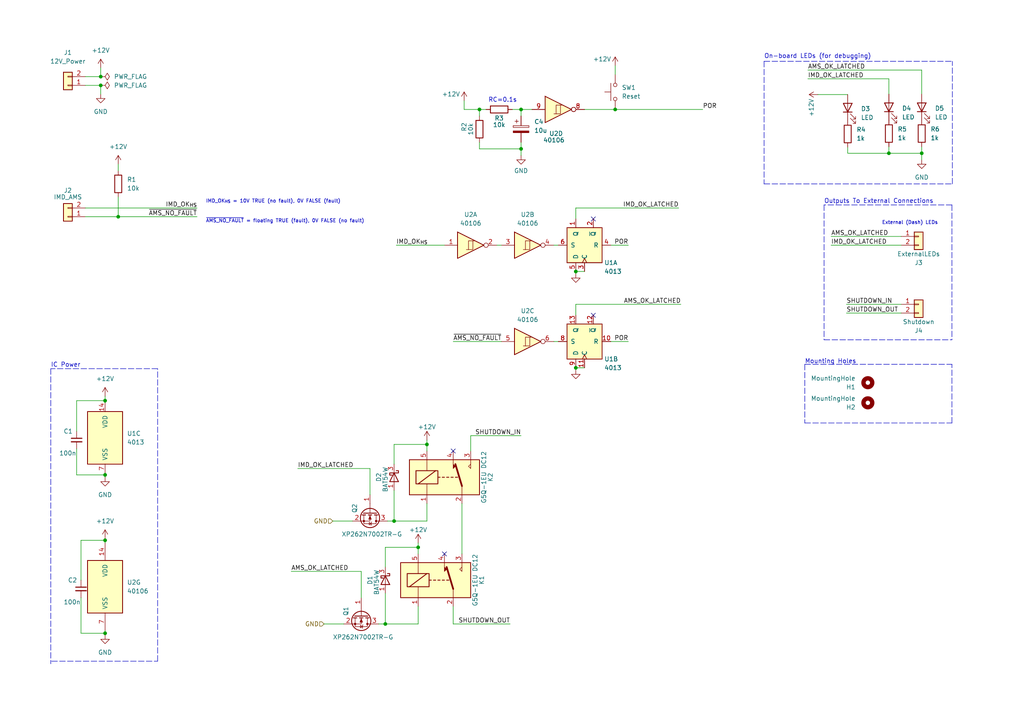
<source format=kicad_sch>
(kicad_sch (version 20211123) (generator eeschema)
  (paper "A4")
  (title_block (title "Latch Circuit") (date "01/01/2022") (rev "1.0.1") (company "SUFST") (comment 1 "STAG 9") (comment 3 "Marek Frodyma"))
  (lib_symbols
    (symbol "4xxx:40106" (pin_names (offset 1.016))
      (property "Reference" "U" (at 0 1.27 0))
      (property "Value" "40106" (at 0 -1.27 0))
      (symbol "40106_1_0"
        (polyline (pts (xy -0.635 -1.27) (xy -0.635 1.27) (xy 0.635 1.27)))
        (polyline (pts (xy -3.81 3.81) (xy -3.81 -3.81) (xy 3.81 0) (xy -3.81 3.81)) (stroke (width 0.254)) (fill (type background)))
        (polyline (pts (xy -1.27 -1.27) (xy 0.635 -1.27) (xy 0.635 1.27) (xy 1.27 1.27)))
        (pin input line (at -7.62 0 0) (length 3.81) (name "~") (number "1"))
        (pin output inverted (at 7.62 0 180) (length 3.81) (name "~") (number "2"))
      )
      (symbol "40106_2_0"
        (polyline (pts (xy -0.635 -1.27) (xy -0.635 1.27) (xy 0.635 1.27)))
        (polyline (pts (xy -3.81 3.81) (xy -3.81 -3.81) (xy 3.81 0) (xy -3.81 3.81)) (stroke (width 0.254)) (fill (type background)))
        (polyline (pts (xy -1.27 -1.27) (xy 0.635 -1.27) (xy 0.635 1.27) (xy 1.27 1.27)))
        (pin input line (at -7.62 0 0) (length 3.81) (name "~") (number "3"))
        (pin output inverted (at 7.62 0 180) (length 3.81) (name "~") (number "4"))
      )
      (symbol "40106_3_0"
        (polyline (pts (xy -0.635 -1.27) (xy -0.635 1.27) (xy 0.635 1.27)))
        (polyline (pts (xy -3.81 3.81) (xy -3.81 -3.81) (xy 3.81 0) (xy -3.81 3.81)) (stroke (width 0.254)) (fill (type background)))
        (polyline (pts (xy -1.27 -1.27) (xy 0.635 -1.27) (xy 0.635 1.27) (xy 1.27 1.27)))
        (pin input line (at -7.62 0 0) (length 3.81) (name "~") (number "5"))
        (pin output inverted (at 7.62 0 180) (length 3.81) (name "~") (number "6"))
      )
      (symbol "40106_4_0"
        (polyline (pts (xy -0.635 -1.27) (xy -0.635 1.27) (xy 0.635 1.27)))
        (polyline (pts (xy -3.81 3.81) (xy -3.81 -3.81) (xy 3.81 0) (xy -3.81 3.81)) (stroke (width 0.254)) (fill (type background)))
        (polyline (pts (xy -1.27 -1.27) (xy 0.635 -1.27) (xy 0.635 1.27) (xy 1.27 1.27)))
        (pin output inverted (at 7.62 0 180) (length 3.81) (name "~") (number "8"))
        (pin input line (at -7.62 0 0) (length 3.81) (name "~") (number "9"))
      )
      (symbol "40106_5_0"
        (polyline (pts (xy -0.635 -1.27) (xy -0.635 1.27) (xy 0.635 1.27)))
        (polyline (pts (xy -3.81 3.81) (xy -3.81 -3.81) (xy 3.81 0) (xy -3.81 3.81)) (stroke (width 0.254)) (fill (type background)))
        (polyline (pts (xy -1.27 -1.27) (xy 0.635 -1.27) (xy 0.635 1.27) (xy 1.27 1.27)))
        (pin output inverted (at 7.62 0 180) (length 3.81) (name "~") (number "10"))
        (pin input line (at -7.62 0 0) (length 3.81) (name "~") (number "11"))
      )
      (symbol "40106_6_0"
        (polyline (pts (xy -0.635 -1.27) (xy -0.635 1.27) (xy 0.635 1.27)))
        (polyline (pts (xy -3.81 3.81) (xy -3.81 -3.81) (xy 3.81 0) (xy -3.81 3.81)) (stroke (width 0.254)) (fill (type background)))
        (polyline (pts (xy -1.27 -1.27) (xy 0.635 -1.27) (xy 0.635 1.27) (xy 1.27 1.27)))
        (pin output inverted (at 7.62 0 180) (length 3.81) (name "~") (number "12"))
        (pin input line (at -7.62 0 0) (length 3.81) (name "~") (number "13"))
      )
      (symbol "40106_7_0"
        (pin power_in line (at 0 12.7 270) (length 5.08) (name "VDD") (number "14"))
        (pin power_in line (at 0 -12.7 90) (length 5.08) (name "VSS") (number "7"))
      )
      (symbol "40106_7_1"
        (rectangle (start -5.08 7.62) (end 5.08 -7.62) (stroke (width 0.254)) (fill (type background)))
      )
    )
    (symbol "4xxx:4013" (pin_names (offset 1.016))
      (property "Reference" "U" (at -7.62 8.89 0))
      (property "Value" "4013" (at -7.62 -8.89 0))
      (symbol "4013_1_1"
        (rectangle (start -5.08 5.08) (end 5.08 -5.08) (stroke (width 0.254)) (fill (type background)))
        (pin output line (at 7.62 2.54 180) (length 2.54) (name "Q") (number "1"))
        (pin output line (at 7.62 -2.54 180) (length 2.54) (name "~{Q}") (number "2"))
        (pin input clock (at -7.62 0 0) (length 2.54) (name "C") (number "3"))
        (pin input line (at 0 -7.62 90) (length 2.54) (name "R") (number "4"))
        (pin input line (at -7.62 2.54 0) (length 2.54) (name "D") (number "5"))
        (pin input line (at 0 7.62 270) (length 2.54) (name "S") (number "6"))
      )
      (symbol "4013_2_1"
        (rectangle (start -5.08 5.08) (end 5.08 -5.08) (stroke (width 0.254)) (fill (type background)))
        (pin input line (at 0 -7.62 90) (length 2.54) (name "R") (number "10"))
        (pin input clock (at -7.62 0 0) (length 2.54) (name "C") (number "11"))
        (pin output line (at 7.62 -2.54 180) (length 2.54) (name "~{Q}") (number "12"))
        (pin output line (at 7.62 2.54 180) (length 2.54) (name "Q") (number "13"))
        (pin input line (at 0 7.62 270) (length 2.54) (name "S") (number "8"))
        (pin input line (at -7.62 2.54 0) (length 2.54) (name "D") (number "9"))
      )
      (symbol "4013_3_0"
        (pin power_in line (at 0 10.16 270) (length 2.54) (name "VDD") (number "14"))
        (pin power_in line (at 0 -10.16 90) (length 2.54) (name "VSS") (number "7"))
      )
      (symbol "4013_3_1"
        (rectangle (start -5.08 7.62) (end 5.08 -7.62) (stroke (width 0.254)) (fill (type background)))
      )
    )
    (symbol "Connector_Generic:Conn_01x02" (pin_names (offset 1.016) hide)
      (property "Reference" "J" (at 0 2.54 0))
      (property "Value" "Conn_01x02" (at 0 -5.08 0))
      (symbol "Conn_01x02_1_1"
        (rectangle (start -1.27 -2.413) (end 0 -2.667) (stroke (width 0.1524)))
        (rectangle (start -1.27 0.127) (end 0 -0.127) (stroke (width 0.1524)))
        (rectangle (start -1.27 1.27) (end 1.27 -3.81) (stroke (width 0.254)) (fill (type background)))
        (pin passive line (at -5.08 0 0) (length 3.81) (name "Pin_1") (number "1"))
        (pin passive line (at -5.08 -2.54 0) (length 3.81) (name "Pin_2") (number "2"))
      )
    )
    (symbol "Device:C_Polarized" (pin_numbers hide) (pin_names (offset 0.254))
      (property "Reference" "C" (at 0.635 2.54 0))
      (property "Value" "C_Polarized" (at 0.635 -2.54 0))
      (symbol "C_Polarized_0_1"
        (rectangle (start -2.286 0.508) (end 2.286 1.016))
        (polyline (pts (xy -1.778 2.286) (xy -0.762 2.286)))
        (polyline (pts (xy -1.27 2.794) (xy -1.27 1.778)))
        (rectangle (start 2.286 -0.508) (end -2.286 -1.016) (fill (type outline)))
      )
      (symbol "C_Polarized_1_1"
        (pin passive line (at 0 3.81 270) (length 2.794) (name "~") (number "1"))
        (pin passive line (at 0 -3.81 90) (length 2.794) (name "~") (number "2"))
      )
    )
    (symbol "Device:C_Small" (pin_numbers hide) (pin_names (offset 0.254) hide)
      (property "Reference" "C" (at 0.254 1.778 0))
      (property "Value" "C_Small" (at 0.254 -2.032 0))
      (symbol "C_Small_0_1"
        (polyline (pts (xy -1.524 -0.508) (xy 1.524 -0.508)) (stroke (width 0.3302)))
        (polyline (pts (xy -1.524 0.508) (xy 1.524 0.508)) (stroke (width 0.3048)))
      )
      (symbol "C_Small_1_1"
        (pin passive line (at 0 2.54 270) (length 2.032) (name "~") (number "1"))
        (pin passive line (at 0 -2.54 90) (length 2.032) (name "~") (number "2"))
      )
    )
    (symbol "Device:LED" (pin_numbers hide) (pin_names (offset 1.016) hide)
      (property "Reference" "D" (at 0 2.54 0))
      (property "Value" "LED" (at 0 -2.54 0))
      (symbol "LED_0_1"
        (polyline (pts (xy -1.27 -1.27) (xy -1.27 1.27)) (stroke (width 0.254)))
        (polyline (pts (xy -1.27 0) (xy 1.27 0)))
        (polyline (pts (xy 1.27 -1.27) (xy 1.27 1.27) (xy -1.27 0) (xy 1.27 -1.27)) (stroke (width 0.254)))
        (polyline (pts (xy -3.048 -0.762) (xy -4.572 -2.286) (xy -3.81 -2.286) (xy -4.572 -2.286) (xy -4.572 -1.524)))
        (polyline (pts (xy -1.778 -0.762) (xy -3.302 -2.286) (xy -2.54 -2.286) (xy -3.302 -2.286) (xy -3.302 -1.524)))
      )
      (symbol "LED_1_1"
        (pin passive line (at -3.81 0 0) (length 2.54) (name "K") (number "1"))
        (pin passive line (at 3.81 0 180) (length 2.54) (name "A") (number "2"))
      )
    )
    (symbol "Device:Q_NMOS_GSD" (pin_names (offset 0) hide)
      (property "Reference" "Q" (at 5.08 1.27 0))
      (property "Value" "Q_NMOS_GSD" (at 5.08 -1.27 0))
      (symbol "Q_NMOS_GSD_0_1"
        (polyline (pts (xy 0.254 0) (xy -2.54 0)))
        (polyline (pts (xy 0.254 1.905) (xy 0.254 -1.905)) (stroke (width 0.254)))
        (polyline (pts (xy 0.762 -1.27) (xy 0.762 -2.286)) (stroke (width 0.254)))
        (polyline (pts (xy 0.762 0.508) (xy 0.762 -0.508)) (stroke (width 0.254)))
        (polyline (pts (xy 0.762 2.286) (xy 0.762 1.27)) (stroke (width 0.254)))
        (polyline (pts (xy 2.54 2.54) (xy 2.54 1.778)))
        (polyline (pts (xy 2.54 -2.54) (xy 2.54 0) (xy 0.762 0)))
        (polyline (pts (xy 0.762 -1.778) (xy 3.302 -1.778) (xy 3.302 1.778) (xy 0.762 1.778)))
        (polyline (pts (xy 1.016 0) (xy 2.032 0.381) (xy 2.032 -0.381) (xy 1.016 0)) (fill (type outline)))
        (polyline (pts (xy 2.794 0.508) (xy 2.921 0.381) (xy 3.683 0.381) (xy 3.81 0.254)))
        (polyline (pts (xy 3.302 0.381) (xy 2.921 -0.254) (xy 3.683 -0.254) (xy 3.302 0.381)))
        (circle (center 1.651 0) (radius 2.794) (stroke (width 0.254)))
        (circle (center 2.54 -1.778) (radius 0.254) (fill (type outline)))
        (circle (center 2.54 1.778) (radius 0.254) (fill (type outline)))
      )
      (symbol "Q_NMOS_GSD_1_1"
        (pin input line (at -5.08 0 0) (length 2.54) (name "G") (number "1"))
        (pin passive line (at 2.54 -5.08 90) (length 2.54) (name "S") (number "2"))
        (pin passive line (at 2.54 5.08 270) (length 2.54) (name "D") (number "3"))
      )
    )
    (symbol "Device:R" (pin_numbers hide) (pin_names (offset 0))
      (property "Reference" "R" (at 2.032 0 90))
      (property "Value" "R" (at 0 0 90))
      (symbol "R_0_1"
        (rectangle (start -1.016 -2.54) (end 1.016 2.54) (stroke (width 0.254)))
      )
      (symbol "R_1_1"
        (pin passive line (at 0 3.81 270) (length 1.27) (name "~") (number "1"))
        (pin passive line (at 0 -3.81 90) (length 1.27) (name "~") (number "2"))
      )
    )
    (symbol "Diode:BAT54W" (pin_names (offset 1.016) hide)
      (property "Reference" "D" (at 0 2.54 0))
      (property "Value" "BAT54W" (at 0 -2.54 0))
      (symbol "BAT54W_0_1"
        (polyline (pts (xy 1.27 0) (xy -1.27 0)))
        (polyline (pts (xy 1.27 1.27) (xy 1.27 -1.27) (xy -1.27 0) (xy 1.27 1.27)) (stroke (width 0.254)))
        (polyline (pts (xy -1.905 0.635) (xy -1.905 1.27) (xy -1.27 1.27) (xy -1.27 -1.27) (xy -0.635 -1.27) (xy -0.635 -0.635)) (stroke (width 0.254)))
      )
      (symbol "BAT54W_1_1"
        (pin passive line (at 3.81 0 180) (length 2.54) (name "A") (number "1"))
        (pin no_connect line (at 0 0 90) (length 2.54) hide (name "NC") (number "2"))
        (pin passive line (at -3.81 0 0) (length 2.54) (name "K") (number "3"))
      )
    )
    (symbol "Mechanical:MountingHole" (pin_names (offset 1.016))
      (property "Reference" "H" (at 0 5.08 0))
      (property "Value" "MountingHole" (at 0 3.175 0))
      (symbol "MountingHole_0_1"
        (circle (center 0 0) (radius 1.27) (stroke (width 1.27)))
      )
    )
    (symbol "Relay:G5Q-1"
      (property "Reference" "K" (at 11.43 3.81 0))
      (property "Value" "G5Q-1" (at 11.43 1.27 0))
      (symbol "G5Q-1_0_0"
        (polyline (pts (xy 7.62 5.08) (xy 7.62 2.54) (xy 6.985 3.175) (xy 7.62 3.81)))
      )
      (symbol "G5Q-1_0_1"
        (rectangle (start -10.16 5.08) (end 10.16 -5.08) (stroke (width 0.254)) (fill (type background)))
        (rectangle (start -8.255 1.905) (end -1.905 -1.905) (stroke (width 0.254)))
        (polyline (pts (xy -7.62 -1.905) (xy -2.54 1.905)) (stroke (width 0.254)))
        (polyline (pts (xy -5.08 -5.08) (xy -5.08 -1.905)))
        (polyline (pts (xy -5.08 5.08) (xy -5.08 1.905)))
        (polyline (pts (xy -1.905 0) (xy -1.27 0)) (stroke (width 0.254)))
        (polyline (pts (xy -0.635 0) (xy 0 0)) (stroke (width 0.254)))
        (polyline (pts (xy 0.635 0) (xy 1.27 0)) (stroke (width 0.254)))
        (polyline (pts (xy 1.905 0) (xy 2.54 0)) (stroke (width 0.254)))
        (polyline (pts (xy 3.175 0) (xy 3.81 0)) (stroke (width 0.254)))
        (polyline (pts (xy 5.08 -2.54) (xy 3.175 3.81)) (stroke (width 0.508)))
        (polyline (pts (xy 5.08 -2.54) (xy 5.08 -5.08)))
        (polyline (pts (xy 2.54 5.08) (xy 2.54 2.54) (xy 3.175 3.175) (xy 2.54 3.81)) (fill (type outline)))
      )
      (symbol "G5Q-1_1_1"
        (pin passive line (at -5.08 -7.62 90) (length 2.54) (name "~") (number "1"))
        (pin passive line (at 5.08 -7.62 90) (length 2.54) (name "~") (number "2"))
        (pin passive line (at 7.62 7.62 270) (length 2.54) (name "~") (number "3"))
        (pin passive line (at 2.54 7.62 270) (length 2.54) (name "~") (number "4"))
        (pin passive line (at -5.08 7.62 270) (length 2.54) (name "~") (number "5"))
      )
    )
    (symbol "Switch:SW_Push" (pin_numbers hide) (pin_names (offset 1.016) hide)
      (property "Reference" "SW" (at 1.27 2.54 0))
      (property "Value" "SW_Push" (at 0 -1.524 0))
      (symbol "SW_Push_0_1"
        (circle (center -2.032 0) (radius 0.508))
        (polyline (pts (xy 0 1.27) (xy 0 3.048)))
        (polyline (pts (xy 2.54 1.27) (xy -2.54 1.27)))
        (circle (center 2.032 0) (radius 0.508))
        (pin passive line (at -5.08 0 0) (length 2.54) (name "1") (number "1"))
        (pin passive line (at 5.08 0 180) (length 2.54) (name "2") (number "2"))
      )
    )
    (symbol "power:+12V" (power) (pin_names (offset 0))
      (property "Value" "+12V" (at 0 3.556 0))
      (symbol "+12V_0_1"
        (polyline (pts (xy -0.762 1.27) (xy 0 2.54)))
        (polyline (pts (xy 0 0) (xy 0 2.54)))
        (polyline (pts (xy 0 2.54) (xy 0.762 1.27)))
      )
      (symbol "+12V_1_1"
        (pin power_in line (at 0 0 90) (length 0) hide (name "+12V") (number "1"))
      )
    )
    (symbol "power:GND" (power) (pin_names (offset 0))
      (property "Value" "GND" (at 0 -3.81 0))
      (symbol "GND_0_1"
        (polyline (pts (xy 0 0) (xy 0 -1.27) (xy 1.27 -1.27) (xy 0 -2.54) (xy -1.27 -1.27) (xy 0 -1.27)))
      )
      (symbol "GND_1_1"
        (pin power_in line (at 0 0 270) (length 0) hide (name "GND") (number "1"))
      )
    )
    (symbol "power:PWR_FLAG" (power) (pin_numbers hide) (pin_names (offset 0) hide)
      (property "Value" "PWR_FLAG" (at 0 3.81 0))
      (symbol "PWR_FLAG_0_0"
        (pin power_out line (at 0 0 90) (length 0) (name "pwr") (number "1"))
      )
      (symbol "PWR_FLAG_0_1"
        (polyline (pts (xy 0 0) (xy 0 1.27) (xy -1.016 1.905) (xy 0 2.54) (xy 1.016 1.905) (xy 0 1.27)))
      )
    )
  )
  (junction (at 151.13 31.75))
  (junction (at 29.21 24.765))
  (junction (at 114.3 151.13))
  (junction (at 167.005 106.68))
  (junction (at 30.48 137.7405))
  (junction (at 257.81 44.45))
  (junction (at 30.48 116.205))
  (junction (at 29.21 22.225))
  (junction (at 123.825 128.905))
  (junction (at 34.29 62.865))
  (junction (at 111.76 180.975))
  (junction (at 178.435 31.75))
  (junction (at 167.005 78.74))
  (junction (at 151.13 43.18))
  (junction (at 30.48 156.7054))
  (junction (at 30.48 183.6685))
  (junction (at 139.065 31.75))
  (junction (at 121.285 158.75))
  (junction (at 267.335 44.45))
  (no_connect (at 172.085 63.5))
  (no_connect (at 131.445 130.81))
  (no_connect (at 128.905 160.655))
  (no_connect (at 172.085 91.44))
  (wire (pts (xy 34.29 62.865) (xy 57.15 62.865)))
  (polyline (pts (xy 276.098 59.436) (xy 239.014 59.436)))
  (wire (pts (xy 267.335 46.355) (xy 267.335 44.45)))
  (wire (pts (xy 22.225 130.175) (xy 22.225 137.7405)))
  (wire (pts (xy 123.825 127.635) (xy 123.825 128.905)))
  (wire (pts (xy 151.13 31.75) (xy 151.13 33.655)))
  (wire (pts (xy 22.225 116.205) (xy 30.48 116.205)))
  (wire (pts (xy 24.765 60.325) (xy 57.15 60.325)))
  (wire (pts (xy 131.445 180.975) (xy 131.445 175.895)))
  (wire (pts (xy 134.62 31.75) (xy 139.065 31.75)))
  (wire (pts (xy 167.005 88.265) (xy 197.485 88.265)))
  (wire (pts (xy 167.005 60.325) (xy 196.85 60.325)))
  (wire (pts (xy 114.3 134.62) (xy 114.3 128.905)))
  (wire (pts (xy 257.81 44.45) (xy 267.335 44.45)))
  (wire (pts (xy 121.285 175.895) (xy 121.285 180.975)))
  (wire (pts (xy 245.872 42.672) (xy 245.872 44.45)))
  (wire (pts (xy 245.491 90.805) (xy 261.366 90.805)))
  (wire (pts (xy 267.335 20.32) (xy 267.335 27.305)))
  (wire (pts (xy 177.165 99.06) (xy 182.245 99.06)))
  (wire (pts (xy 139.065 31.75) (xy 139.065 33.655)))
  (wire (pts (xy 24.765 62.865) (xy 34.29 62.865)))
  (wire (pts (xy 234.315 20.32) (xy 267.335 20.32)))
  (wire (pts (xy 151.13 31.75) (xy 154.305 31.75)))
  (polyline (pts (xy 239.014 98.552) (xy 276.098 98.552)))
  (wire (pts (xy 30.48 114.935) (xy 30.48 116.205)))
  (wire (pts (xy 160.655 71.12) (xy 161.925 71.12)))
  (polyline (pts (xy 14.732 106.934) (xy 14.732 192.532)))
  (wire (pts (xy 23.495 156.7054) (xy 30.48 156.7054)))
  (polyline (pts (xy 221.615 17.78) (xy 276.225 17.78)))
  (wire (pts (xy 167.005 78.74) (xy 169.545 78.74)))
  (wire (pts (xy 241.046 68.58) (xy 261.366 68.58)))
  (wire (pts (xy 245.491 88.265) (xy 261.366 88.265)))
  (wire (pts (xy 104.775 165.735) (xy 104.775 173.355)))
  (wire (pts (xy 234.315 22.86) (xy 257.81 22.86)))
  (wire (pts (xy 167.005 79.375) (xy 167.005 78.74)))
  (wire (pts (xy 34.29 47.625) (xy 34.29 49.53)))
  (wire (pts (xy 136.525 126.365) (xy 151.13 126.365)))
  (wire (pts (xy 102.235 151.13) (xy 96.52 151.13)))
  (wire (pts (xy 111.76 164.465) (xy 111.76 158.75)))
  (wire (pts (xy 107.315 135.89) (xy 107.315 143.51)))
  (polyline (pts (xy 276.225 53.34) (xy 276.225 17.78)))
  (wire (pts (xy 114.3 151.13) (xy 112.395 151.13)))
  (wire (pts (xy 151.13 41.275) (xy 151.13 43.18)))
  (wire (pts (xy 24.765 24.765) (xy 29.21 24.765)))
  (wire (pts (xy 139.065 43.18) (xy 151.13 43.18)))
  (wire (pts (xy 139.065 41.275) (xy 139.065 43.18)))
  (wire (pts (xy 22.225 125.095) (xy 22.225 116.205)))
  (wire (pts (xy 123.825 128.905) (xy 123.825 130.81)))
  (wire (pts (xy 22.225 137.7405) (xy 30.48 137.7405)))
  (polyline (pts (xy 233.426 122.682) (xy 276.098 122.682)))
  (wire (pts (xy 123.825 146.05) (xy 123.825 151.13)))
  (wire (pts (xy 177.165 71.12) (xy 182.245 71.12)))
  (wire (pts (xy 245.872 44.45) (xy 257.81 44.45)))
  (wire (pts (xy 237.236 27.432) (xy 245.872 27.432)))
  (wire (pts (xy 133.985 146.05) (xy 133.985 160.655)))
  (wire (pts (xy 151.13 43.18) (xy 151.13 45.085)))
  (wire (pts (xy 30.48 116.205) (xy 30.48 116.84)))
  (wire (pts (xy 121.285 180.975) (xy 111.76 180.975)))
  (wire (pts (xy 121.285 157.48) (xy 121.285 158.75)))
  (wire (pts (xy 148.59 31.75) (xy 151.13 31.75)))
  (wire (pts (xy 30.48 138.43) (xy 30.48 137.7405)))
  (wire (pts (xy 123.825 151.13) (xy 114.3 151.13)))
  (wire (pts (xy 114.3 128.905) (xy 123.825 128.905)))
  (wire (pts (xy 167.005 107.315) (xy 167.005 106.68)))
  (wire (pts (xy 167.005 91.44) (xy 167.005 88.265)))
  (wire (pts (xy 34.29 57.15) (xy 34.29 62.865)))
  (wire (pts (xy 84.455 165.735) (xy 104.775 165.735)))
  (polyline (pts (xy 233.426 105.664) (xy 276.098 105.664)))
  (polyline (pts (xy 276.098 122.682) (xy 276.098 105.664)))
  (wire (pts (xy 167.005 106.68) (xy 169.545 106.68)))
  (wire (pts (xy 30.48 137.7405) (xy 30.48 137.16)))
  (wire (pts (xy 29.21 24.765) (xy 29.21 27.305)))
  (wire (pts (xy 111.76 172.085) (xy 111.76 180.975)))
  (wire (pts (xy 23.495 168.275) (xy 23.495 156.7054)))
  (polyline (pts (xy 14.986 191.77) (xy 45.72 191.77)))
  (polyline (pts (xy 45.72 191.77) (xy 45.72 106.934)))
  (wire (pts (xy 160.655 99.06) (xy 161.925 99.06)))
  (polyline (pts (xy 45.72 106.934) (xy 14.732 106.934)))
  (wire (pts (xy 111.76 180.975) (xy 109.855 180.975)))
  (wire (pts (xy 241.046 71.12) (xy 261.366 71.12)))
  (wire (pts (xy 144.145 71.12) (xy 145.415 71.12)))
  (wire (pts (xy 257.81 22.86) (xy 257.81 27.305)))
  (polyline (pts (xy 239.014 59.436) (xy 239.014 98.552)))
  (wire (pts (xy 99.695 180.975) (xy 93.98 180.975)))
  (wire (pts (xy 23.495 183.6685) (xy 30.48 183.6685)))
  (wire (pts (xy 134.62 29.21) (xy 134.62 31.75)))
  (wire (pts (xy 23.495 173.355) (xy 23.495 183.6685)))
  (wire (pts (xy 114.3 142.24) (xy 114.3 151.13)))
  (wire (pts (xy 29.21 19.685) (xy 29.21 22.225)))
  (wire (pts (xy 30.48 156.21) (xy 30.48 156.7054)))
  (wire (pts (xy 257.81 44.45) (xy 257.81 42.545)))
  (wire (pts (xy 147.955 180.975) (xy 131.445 180.975)))
  (polyline (pts (xy 276.098 59.436) (xy 276.098 98.552)))
  (polyline (pts (xy 233.426 105.664) (xy 233.426 122.682)))
  (wire (pts (xy 24.765 22.225) (xy 29.21 22.225)))
  (wire (pts (xy 178.435 31.75) (xy 203.835 31.75)))
  (polyline (pts (xy 221.615 53.34) (xy 276.225 53.34)))
  (wire (pts (xy 30.48 156.7054) (xy 30.48 157.48)))
  (wire (pts (xy 169.545 31.75) (xy 178.435 31.75)))
  (wire (pts (xy 131.445 99.06) (xy 145.415 99.06)))
  (wire (pts (xy 114.935 71.12) (xy 128.905 71.12)))
  (wire (pts (xy 139.065 31.75) (xy 140.97 31.75)))
  (wire (pts (xy 86.36 135.89) (xy 107.315 135.89)))
  (wire (pts (xy 30.48 183.6685) (xy 30.48 182.88)))
  (wire (pts (xy 30.48 184.15) (xy 30.48 183.6685)))
  (polyline (pts (xy 221.615 17.78) (xy 221.615 53.34)))
  (wire (pts (xy 111.76 158.75) (xy 121.285 158.75)))
  (wire (pts (xy 136.525 130.81) (xy 136.525 126.365)))
  (wire (pts (xy 267.335 44.45) (xy 267.335 42.545)))
  (wire (pts (xy 167.005 63.5) (xy 167.005 60.325)))
  (wire (pts (xy 178.435 19.05) (xy 178.435 21.59)))
  (wire (pts (xy 121.285 158.75) (xy 121.285 160.655)))
  (text "External (Dash) LEDs" (at 255.778 65.278 0) (effects (font (size 1 1)) (justify left bottom)))
  (text "IMD_OK_{HS} = 10V TRUE (no fault), 0V FALSE (fault)" (at 59.69 59.055 0) (effects (font (size 1 1)) (justify left bottom)))
  (text "On-board LEDs (for debugging)" (at 221.615 17.145 0) (effects (font (size 1.27 1.27)) (justify left bottom)))
  (text "Outputs To External Connections" (at 239.014 59.182 0) (effects (font (size 1.27 1.27)) (justify left bottom)))
  (text "~{AMS_NO_FAULT} = floating TRUE (fault), 0V FALSE (no fault)" (at 59.69 64.77 0) (effects (font (size 1 1)) (justify left bottom)))
  (text "IC Power\n" (at 14.732 106.68 0) (effects (font (size 1.27 1.27)) (justify left bottom)))
  (text "Mounting Holes" (at 233.426 105.664 0) (effects (font (size 1.27 1.27)) (justify left bottom)))
  (text "RC=0.1s" (at 141.605 29.845 0) (effects (font (size 1.27 1.27)) (justify left bottom)))
  (label "AMS_OK_LATCHED" (at 84.455 165.735 0))
  (label "AMS_OK_LATCHED" (at 241.046 68.58 0))
  (label "IMD_OK_{HS}" (at 57.15 60.325 180))
  (label "POR" (at 182.245 99.06 180))
  (label "AMS_OK_LATCHED" (at 197.485 88.265 180))
  (label "POR" (at 203.835 31.75 0))
  (label "~{AMS_NO_FAULT}" (at 57.15 62.865 180))
  (label "IMD_OK_LATCHED" (at 241.046 71.12 0))
  (label "SHUTDOWN_OUT" (at 147.955 180.975 180))
  (label "SHUTDOWN_IN" (at 245.491 88.265 0))
  (label "IMD_OK_{HS}" (at 114.935 71.12 0))
  (label "SHUTDOWN_OUT" (at 245.491 90.805 0))
  (label "IMD_OK_LATCHED" (at 86.36 135.89 0))
  (label "SHUTDOWN_IN" (at 151.13 126.365 180))
  (label "AMS_OK_LATCHED" (at 234.315 20.32 0))
  (label "~{AMS_NO_FAULT}" (at 131.445 99.06 0))
  (label "IMD_OK_LATCHED" (at 234.315 22.86 0))
  (label "POR" (at 182.245 71.12 180))
  (label "IMD_OK_LATCHED" (at 196.85 60.325 180))
  (hierarchical_label "GND" (shape input) (at 93.98 180.975 180))
  (hierarchical_label "GND" (shape input) (at 96.52 151.13 180))
  (symbol (lib_id "Switch:SW_Push") (at 178.435 26.67 90) (unit 1)
    (property "Reference" "SW1" (at 180.34 25.3999 90) (effects (justify right)))
    (property "Value" "Reset" (at 180.34 27.9399 90) (effects (justify right)))
    (property "Footprint" "Connector_Molex:Molex_Micro-Fit_3.0_43650-0200_1x02_P3.00mm_Horizontal" (effects hide))
  )
  (symbol (lib_id "Device:LED") (at 257.81 31.115 90) (unit 1)
    (property "Reference" "D4" (at 261.62 31.4324 90) (effects (justify right)))
    (property "Value" "LED" (at 261.62 33.9724 90) (effects (justify right)))
    (property "Footprint" "LED_SMD:LED_0805_2012Metric_Pad1.15x1.40mm_HandSolder" (effects hide))
  )
  (symbol (lib_id "power:GND") (at 167.005 79.375 0) (unit 1)
    (property "Reference" "#PWR014" (effects hide))
    (property "Value" "GND" (effects hide))
  )
  (symbol (lib_id "power:+12V") (at 121.285 157.48 0) (unit 1)
    (property "Reference" "#PWR010" (effects hide))
    (property "Value" "+12V" (at 121.285 153.67 0))
  )
  (symbol (lib_id "power:GND") (at 30.48 138.43 0) (unit 1)
    (property "Reference" "#PWR04" (effects hide))
    (property "Value" "GND" (at 30.48 143.51 0))
  )
  (symbol (lib_id "Relay:G5Q-1") (at 128.905 138.43 0) (unit 1)
    (property "Reference" "K2" (at 142.24 138.43 90))
    (property "Value" "G5Q-1EU DC12" (at 140.335 138.43 90))
    (property "Footprint" "Relay_THT:Relay_SPDT_Omron-G5Q-1" (effects hide))
    (property "Datasheet" "https://www.omron.com/ecb/products/pdf/en-g5q.pdf" (effects hide))
  )
  (symbol (lib_id "Connector_Generic:Conn_01x02") (at 19.685 24.765 180) (unit 1)
    (property "Reference" "J1" (at 19.685 15.24 0))
    (property "Value" "12V_Power" (at 19.685 17.78 0))
    (property "Footprint" "Connector_Molex:Molex_Micro-Fit_3.0_43650-0200_1x02_P3.00mm_Horizontal" (effects hide))
  )
  (symbol (lib_id "Mechanical:MountingHole") (at 251.714 110.998 180) (unit 1)
    (property "Reference" "H1" (at 248.158 112.2681 0) (effects (justify left)))
    (property "Value" "MountingHole" (at 248.158 109.7281 0) (effects (justify left)))
    (property "Footprint" "MountingHole:MountingHole_3.2mm_M3" (effects hide))
  )
  (symbol (lib_id "Device:Q_NMOS_GSD") (at 107.315 148.59 270) (unit 1)
    (property "Reference" "Q2" (at 102.87 146.05 0) (effects (justify left)))
    (property "Value" "XP262N7002TR-G" (at 99.06 154.94 90) (effects (justify left)))
    (property "Footprint" "Package_TO_SOT_SMD:SOT-23" (effects hide))
  )
  (symbol (lib_id "Diode:BAT54W") (at 114.3 138.43 270) (unit 1)
    (property "Reference" "D2" (at 109.855 138.43 0))
    (property "Value" "BAT54W" (at 111.76 139.065 0))
    (property "Footprint" "Package_TO_SOT_SMD:SOT-323_SC-70" (effects hide))
    (property "Datasheet" "https://assets.nexperia.com/documents/data-sheet/BAT54W_SER.pdf" (effects hide))
  )
  (symbol (lib_id "Device:LED") (at 245.872 31.242 90) (unit 1)
    (property "Reference" "D3" (at 249.682 31.5594 90) (effects (justify right)))
    (property "Value" "LED" (at 249.682 34.0994 90) (effects (justify right)))
    (property "Footprint" "LED_SMD:LED_0805_2012Metric_Pad1.15x1.40mm_HandSolder" (effects hide))
  )
  (symbol (lib_id "power:GND") (at 29.21 27.305 0) (unit 1)
    (property "Reference" "#PWR02" (effects hide))
    (property "Value" "GND" (at 29.21 32.385 0))
  )
  (symbol (lib_id "power:+12V") (at 30.48 114.935 0) (unit 1)
    (property "Reference" "#PWR03" (effects hide))
    (property "Value" "+12V" (at 30.48 109.855 0))
  )
  (symbol (lib_id "Device:R") (at 139.065 37.465 0) (unit 1)
    (property "Reference" "R2" (at 134.62 36.83 90))
    (property "Value" "10k" (at 136.525 37.465 90))
    (property "Footprint" "Resistor_SMD:R_0603_1608Metric_Pad0.98x0.95mm_HandSolder" (effects hide))
  )
  (symbol (lib_id "power:PWR_FLAG") (at 29.21 22.225 270) (unit 1)
    (property "Reference" "#FLG01" (effects hide))
    (property "Value" "PWR_FLAG" (at 33.02 22.2249 90) (effects (justify left)))
  )
  (symbol (lib_id "Connector_Generic:Conn_01x02") (at 266.446 68.58 0) (unit 1)
    (property "Reference" "J3" (at 266.446 76.2 0))
    (property "Value" "ExternalLEDs" (at 266.446 73.66 0))
    (property "Footprint" "Connector_Molex:Molex_Micro-Fit_3.0_43650-0200_1x02_P3.00mm_Horizontal" (effects hide))
  )
  (symbol (lib_id "power:+12V") (at 34.29 47.625 0) (unit 1)
    (property "Reference" "#PWR07" (effects hide))
    (property "Value" "+12V" (at 34.29 42.545 0))
  )
  (symbol (lib_id "Connector_Generic:Conn_01x02") (at 266.446 88.265 0) (unit 1)
    (property "Reference" "J4" (at 266.446 95.885 0))
    (property "Value" "Shutdown" (at 266.446 93.345 0))
    (property "Footprint" "Connector_Molex:Molex_Micro-Fit_3.0_43650-0200_1x02_P3.00mm_Horizontal" (effects hide))
  )
  (symbol (lib_id "power:+12V") (at 178.435 19.05 0) (unit 1)
    (property "Reference" "#PWR016" (effects hide))
    (property "Value" "+12V" (at 174.625 17.145 0))
  )
  (symbol (lib_id "power:GND") (at 151.13 45.085 0) (unit 1)
    (property "Reference" "#PWR013" (effects hide))
    (property "Value" "GND" (at 151.13 49.53 0))
  )
  (symbol (lib_id "4xxx:4013") (at 169.545 99.06 90) (unit 2)
    (property "Reference" "U1" (at 175.26 104.14 90) (effects (justify right)))
    (property "Value" "4013" (at 175.26 106.68 90) (effects (justify right)))
    (property "Footprint" "Package_SO:SOIC-14_3.9x8.7mm_P1.27mm" (effects hide))
    (property "Datasheet" "http://www.onsemi.com/pub/Collateral/MC14013B-D.PDF" (effects hide))
  )
  (symbol (lib_id "power:+12V") (at 29.21 19.685 0) (unit 1)
    (property "Reference" "#PWR01" (effects hide))
    (property "Value" "+12V" (at 29.21 14.605 0))
  )
  (symbol (lib_id "4xxx:40106") (at 136.525 71.12 0) (unit 1)
    (property "Reference" "U2" (at 136.525 62.23 0))
    (property "Value" "40106" (at 136.525 64.77 0))
    (property "Footprint" "Package_SO:SOIC-14_3.9x8.7mm_P1.27mm" (effects hide))
    (property "Datasheet" "https://assets.nexperia.com/documents/data-sheet/HEF40106B.pdf" (effects hide))
  )
  (symbol (lib_id "Device:R") (at 257.81 38.735 0) (unit 1)
    (property "Reference" "R5" (at 260.35 37.4649 0) (effects (justify left)))
    (property "Value" "1k" (at 260.35 40.0049 0) (effects (justify left)))
    (property "Footprint" "Resistor_SMD:R_0603_1608Metric_Pad0.98x0.95mm_HandSolder" (effects hide))
  )
  (symbol (lib_id "Device:R") (at 144.78 31.75 270) (unit 1)
    (property "Reference" "R3" (at 144.78 34.29 90))
    (property "Value" "10k" (at 144.78 36.195 90))
    (property "Footprint" "Resistor_SMD:R_0603_1608Metric_Pad0.98x0.95mm_HandSolder" (effects hide))
  )
  (symbol (lib_id "4xxx:40106") (at 30.48 170.18 0) (unit 7)
    (property "Reference" "U2" (at 36.83 168.9099 0) (effects (justify left)))
    (property "Value" "40106" (at 36.83 171.4499 0) (effects (justify left)))
    (property "Footprint" "Package_SO:SOIC-14_3.9x8.7mm_P1.27mm" (effects hide))
    (property "Datasheet" "https://assets.nexperia.com/documents/data-sheet/HEF40106B.pdf" (effects hide))
  )
  (symbol (lib_id "power:+12V") (at 237.236 27.432 90) (unit 1)
    (property "Reference" "#PWR017" (effects hide))
    (property "Value" "+12V" (at 235.331 31.242 0))
  )
  (symbol (lib_id "Device:Q_NMOS_GSD") (at 104.775 178.435 270) (unit 1)
    (property "Reference" "Q1" (at 100.33 175.895 0) (effects (justify left)))
    (property "Value" "XP262N7002TR-G" (at 96.52 184.785 90) (effects (justify left)))
    (property "Footprint" "Package_TO_SOT_SMD:SOT-23" (effects hide))
  )
  (symbol (lib_id "Device:R") (at 267.335 38.735 0) (unit 1)
    (property "Reference" "R6" (at 269.875 37.4649 0) (effects (justify left)))
    (property "Value" "1k" (at 269.875 40.0049 0) (effects (justify left)))
    (property "Footprint" "Resistor_SMD:R_0603_1608Metric_Pad0.98x0.95mm_HandSolder" (effects hide))
  )
  (symbol (lib_id "Device:C_Polarized") (at 151.13 37.465 0) (unit 1)
    (property "Reference" "C4" (at 154.94 35.3059 0) (effects (justify left)))
    (property "Value" "10u" (at 154.94 37.8459 0) (effects (justify left)))
    (property "Footprint" "Capacitor_THT:CP_Radial_D5.0mm_P2.00mm" (effects hide))
  )
  (symbol (lib_id "power:GND") (at 30.48 184.15 0) (unit 1)
    (property "Reference" "#PWR06" (effects hide))
    (property "Value" "GND" (at 30.48 189.23 0))
  )
  (symbol (lib_id "Mechanical:MountingHole") (at 251.714 116.84 180) (unit 1)
    (property "Reference" "H2" (at 248.158 118.1101 0) (effects (justify left)))
    (property "Value" "MountingHole" (at 248.158 115.5701 0) (effects (justify left)))
    (property "Footprint" "MountingHole:MountingHole_3.2mm_M3" (effects hide))
  )
  (symbol (lib_id "Relay:G5Q-1") (at 126.365 168.275 0) (unit 1)
    (property "Reference" "K1" (at 139.7 168.275 90))
    (property "Value" "G5Q-1EU DC12" (at 137.795 168.275 90))
    (property "Footprint" "Relay_THT:Relay_SPDT_Omron-G5Q-1" (effects hide))
    (property "Datasheet" "https://www.omron.com/ecb/products/pdf/en-g5q.pdf" (effects hide))
  )
  (symbol (lib_id "power:+12V") (at 30.48 156.21 0) (unit 1)
    (property "Reference" "#PWR05" (effects hide))
    (property "Value" "+12V" (at 30.48 151.13 0))
  )
  (symbol (lib_id "power:PWR_FLAG") (at 29.21 24.765 270) (unit 1)
    (property "Reference" "#FLG02" (effects hide))
    (property "Value" "PWR_FLAG" (at 33.02 24.7649 90) (effects (justify left)))
  )
  (symbol (lib_id "Diode:BAT54W") (at 111.76 168.275 270) (unit 1)
    (property "Reference" "D1" (at 107.315 168.275 0))
    (property "Value" "BAT54W" (at 109.22 168.91 0))
    (property "Footprint" "Package_TO_SOT_SMD:SOT-323_SC-70" (effects hide))
    (property "Datasheet" "https://assets.nexperia.com/documents/data-sheet/BAT54W_SER.pdf" (effects hide))
  )
  (symbol (lib_id "Device:LED") (at 267.335 31.115 90) (unit 1)
    (property "Reference" "D5" (at 271.145 31.4324 90) (effects (justify right)))
    (property "Value" "LED" (at 271.145 33.9724 90) (effects (justify right)))
    (property "Footprint" "LED_SMD:LED_0805_2012Metric_Pad1.15x1.40mm_HandSolder" (effects hide))
  )
  (symbol (lib_id "Device:R") (at 34.29 53.34 0) (unit 1)
    (property "Reference" "R1" (at 36.83 52.0699 0) (effects (justify left)))
    (property "Value" "10k" (at 36.83 54.6099 0) (effects (justify left)))
    (property "Footprint" "Resistor_SMD:R_0603_1608Metric_Pad0.98x0.95mm_HandSolder" (effects hide))
  )
  (symbol (lib_id "4xxx:4013") (at 30.48 127 0) (unit 3)
    (property "Reference" "U1" (at 36.83 125.7299 0) (effects (justify left)))
    (property "Value" "4013" (at 36.83 128.2699 0) (effects (justify left)))
    (property "Footprint" "Package_SO:SOIC-14_3.9x8.7mm_P1.27mm" (effects hide))
    (property "Datasheet" "http://www.onsemi.com/pub/Collateral/MC14013B-D.PDF" (effects hide))
  )
  (symbol (lib_id "power:+12V") (at 134.62 29.21 0) (unit 1)
    (property "Reference" "#PWR012" (effects hide))
    (property "Value" "+12V" (at 130.81 27.305 0))
  )
  (symbol (lib_id "4xxx:40106") (at 161.925 31.75 0) (unit 4)
    (property "Reference" "U2" (at 161.29 38.735 0))
    (property "Value" "40106" (at 160.655 40.64 0))
    (property "Footprint" "Package_SO:SOIC-14_3.9x8.7mm_P1.27mm" (effects hide))
    (property "Datasheet" "https://assets.nexperia.com/documents/data-sheet/HEF40106B.pdf" (effects hide))
  )
  (symbol (lib_id "Connector_Generic:Conn_01x02") (at 19.685 62.865 180) (unit 1)
    (property "Reference" "J2" (at 19.685 55.245 0))
    (property "Value" "IMD_AMS" (at 19.685 57.15 0))
    (property "Footprint" "Connector_Molex:Molex_Micro-Fit_3.0_43650-0200_1x02_P3.00mm_Horizontal" (effects hide))
  )
  (symbol (lib_id "4xxx:4013") (at 169.545 71.12 90) (unit 1)
    (property "Reference" "U1" (at 175.26 76.2 90) (effects (justify right)))
    (property "Value" "4013" (at 175.26 78.74 90) (effects (justify right)))
    (property "Footprint" "Package_SO:SOIC-14_3.9x8.7mm_P1.27mm" (effects hide))
    (property "Datasheet" "http://www.onsemi.com/pub/Collateral/MC14013B-D.PDF" (effects hide))
  )
  (symbol (lib_id "power:+12V") (at 123.825 127.635 0) (unit 1)
    (property "Reference" "#PWR011" (effects hide))
    (property "Value" "+12V" (at 123.825 123.825 0))
  )
  (symbol (lib_id "power:GND") (at 267.335 46.355 0) (unit 1)
    (property "Reference" "#PWR018" (effects hide))
    (property "Value" "GND" (at 267.335 51.435 0))
  )
  (symbol (lib_id "4xxx:40106") (at 153.035 99.06 0) (unit 3)
    (property "Reference" "U2" (at 153.035 90.17 0))
    (property "Value" "40106" (at 153.035 92.71 0))
    (property "Footprint" "Package_SO:SOIC-14_3.9x8.7mm_P1.27mm" (effects hide))
    (property "Datasheet" "https://assets.nexperia.com/documents/data-sheet/HEF40106B.pdf" (effects hide))
  )
  (symbol (lib_id "power:GND") (at 167.005 107.315 0) (unit 1)
    (property "Reference" "#PWR015" (effects hide))
    (property "Value" "GND" (effects hide))
  )
  (symbol (lib_id "Device:R") (at 245.872 38.862 0) (unit 1)
    (property "Reference" "R4" (at 248.412 37.5919 0) (effects (justify left)))
    (property "Value" "1k" (at 248.412 40.1319 0) (effects (justify left)))
    (property "Footprint" "Resistor_SMD:R_0603_1608Metric_Pad0.98x0.95mm_HandSolder" (effects hide))
  )
  (symbol (lib_id "Device:C_Small") (at 22.225 127.635 0) (unit 1)
    (property "Reference" "C1" (at 18.415 125.095 0) (effects (justify left)))
    (property "Value" "100n" (at 17.145 131.445 0) (effects (justify left)))
    (property "Footprint" "Capacitor_SMD:C_0603_1608Metric_Pad1.08x0.95mm_HandSolder" (effects hide))
  )
  (symbol (lib_id "4xxx:40106") (at 153.035 71.12 0) (unit 2)
    (property "Reference" "U2" (at 153.035 62.23 0))
    (property "Value" "40106" (at 153.035 64.77 0))
    (property "Footprint" "Package_SO:SOIC-14_3.9x8.7mm_P1.27mm" (effects hide))
    (property "Datasheet" "https://assets.nexperia.com/documents/data-sheet/HEF40106B.pdf" (effects hide))
  )
  (symbol (lib_id "Device:C_Small") (at 23.495 170.815 0) (unit 1)
    (property "Reference" "C2" (at 19.685 168.275 0) (effects (justify left)))
    (property "Value" "100n" (at 18.415 174.625 0) (effects (justify left)))
    (property "Footprint" "Capacitor_SMD:C_0603_1608Metric_Pad1.08x0.95mm_HandSolder" (effects hide))
  )
)
</source>
